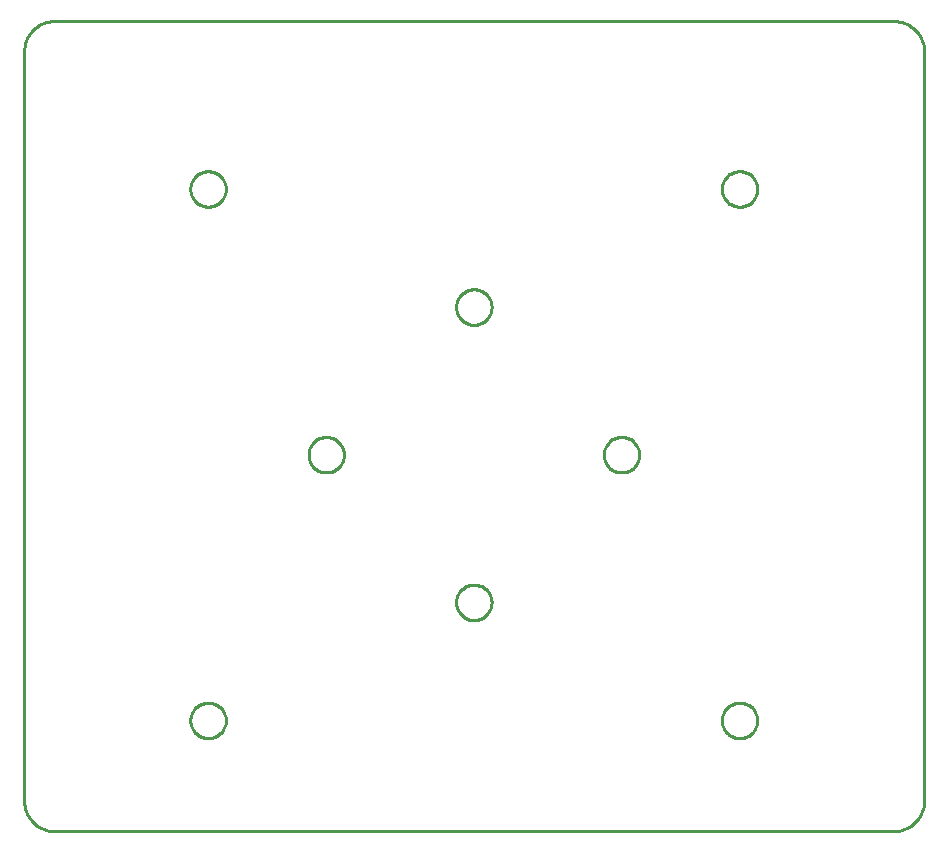
<source format=gbr>
G04 EAGLE Gerber RS-274X export*
G75*
%MOMM*%
%FSLAX34Y34*%
%LPD*%
%IN*%
%IPPOS*%
%AMOC8*
5,1,8,0,0,1.08239X$1,22.5*%
G01*
%ADD10C,0.254000*%


D10*
X0Y25400D02*
X97Y23186D01*
X386Y20989D01*
X865Y18826D01*
X1532Y16713D01*
X2380Y14666D01*
X3403Y12700D01*
X4594Y10831D01*
X5942Y9073D01*
X7440Y7440D01*
X9073Y5942D01*
X10831Y4594D01*
X12700Y3403D01*
X14666Y2380D01*
X16713Y1532D01*
X18826Y865D01*
X20989Y386D01*
X23186Y97D01*
X25400Y0D01*
X736600Y0D01*
X738814Y97D01*
X741011Y386D01*
X743174Y865D01*
X745287Y1532D01*
X747335Y2380D01*
X749300Y3403D01*
X751169Y4594D01*
X752927Y5942D01*
X754561Y7440D01*
X756058Y9073D01*
X757406Y10831D01*
X758597Y12700D01*
X759620Y14666D01*
X760468Y16713D01*
X761135Y18826D01*
X761614Y20989D01*
X761903Y23186D01*
X762000Y25400D01*
X762000Y660400D01*
X761903Y662614D01*
X761614Y664811D01*
X761135Y666974D01*
X760468Y669087D01*
X759620Y671135D01*
X758597Y673100D01*
X757406Y674969D01*
X756058Y676727D01*
X754561Y678361D01*
X752927Y679858D01*
X751169Y681206D01*
X749300Y682397D01*
X747335Y683420D01*
X745287Y684268D01*
X743174Y684935D01*
X741011Y685414D01*
X738814Y685703D01*
X736600Y685800D01*
X25400Y685800D01*
X23186Y685703D01*
X20989Y685414D01*
X18826Y684935D01*
X16713Y684268D01*
X14666Y683420D01*
X12700Y682397D01*
X10831Y681206D01*
X9073Y679858D01*
X7440Y678361D01*
X5942Y676727D01*
X4594Y674969D01*
X3403Y673100D01*
X2380Y671135D01*
X1532Y669087D01*
X865Y666974D01*
X386Y664811D01*
X97Y662614D01*
X0Y660400D01*
X0Y25400D01*
X270810Y318204D02*
X270734Y317136D01*
X270581Y316075D01*
X270353Y315028D01*
X270051Y314000D01*
X269677Y312996D01*
X269232Y312021D01*
X268718Y311081D01*
X268139Y310180D01*
X267497Y309322D01*
X266795Y308512D01*
X266038Y307755D01*
X265228Y307053D01*
X264370Y306411D01*
X263469Y305832D01*
X262529Y305318D01*
X261554Y304873D01*
X260550Y304499D01*
X259522Y304197D01*
X258475Y303969D01*
X257414Y303816D01*
X256346Y303740D01*
X255274Y303740D01*
X254206Y303816D01*
X253145Y303969D01*
X252098Y304197D01*
X251070Y304499D01*
X250066Y304873D01*
X249091Y305318D01*
X248151Y305832D01*
X247250Y306411D01*
X246392Y307053D01*
X245582Y307755D01*
X244825Y308512D01*
X244123Y309322D01*
X243481Y310180D01*
X242902Y311081D01*
X242388Y312021D01*
X241943Y312996D01*
X241569Y314000D01*
X241267Y315028D01*
X241039Y316075D01*
X240886Y317136D01*
X240810Y318204D01*
X240810Y319276D01*
X240886Y320344D01*
X241039Y321405D01*
X241267Y322452D01*
X241569Y323480D01*
X241943Y324484D01*
X242388Y325459D01*
X242902Y326399D01*
X243481Y327300D01*
X244123Y328158D01*
X244825Y328968D01*
X245582Y329725D01*
X246392Y330427D01*
X247250Y331069D01*
X248151Y331648D01*
X249091Y332162D01*
X250066Y332607D01*
X251070Y332981D01*
X252098Y333283D01*
X253145Y333511D01*
X254206Y333664D01*
X255274Y333740D01*
X256346Y333740D01*
X257414Y333664D01*
X258475Y333511D01*
X259522Y333283D01*
X260550Y332981D01*
X261554Y332607D01*
X262529Y332162D01*
X263469Y331648D01*
X264370Y331069D01*
X265228Y330427D01*
X266038Y329725D01*
X266795Y328968D01*
X267497Y328158D01*
X268139Y327300D01*
X268718Y326399D01*
X269232Y325459D01*
X269677Y324484D01*
X270051Y323480D01*
X270353Y322452D01*
X270581Y321405D01*
X270734Y320344D01*
X270810Y319276D01*
X270810Y318204D01*
X395810Y443204D02*
X395734Y442136D01*
X395581Y441075D01*
X395353Y440028D01*
X395051Y439000D01*
X394677Y437996D01*
X394232Y437021D01*
X393718Y436081D01*
X393139Y435180D01*
X392497Y434322D01*
X391795Y433512D01*
X391038Y432755D01*
X390228Y432053D01*
X389370Y431411D01*
X388469Y430832D01*
X387529Y430318D01*
X386554Y429873D01*
X385550Y429499D01*
X384522Y429197D01*
X383475Y428969D01*
X382414Y428816D01*
X381346Y428740D01*
X380274Y428740D01*
X379206Y428816D01*
X378145Y428969D01*
X377098Y429197D01*
X376070Y429499D01*
X375066Y429873D01*
X374091Y430318D01*
X373151Y430832D01*
X372250Y431411D01*
X371392Y432053D01*
X370582Y432755D01*
X369825Y433512D01*
X369123Y434322D01*
X368481Y435180D01*
X367902Y436081D01*
X367388Y437021D01*
X366943Y437996D01*
X366569Y439000D01*
X366267Y440028D01*
X366039Y441075D01*
X365886Y442136D01*
X365810Y443204D01*
X365810Y444276D01*
X365886Y445344D01*
X366039Y446405D01*
X366267Y447452D01*
X366569Y448480D01*
X366943Y449484D01*
X367388Y450459D01*
X367902Y451399D01*
X368481Y452300D01*
X369123Y453158D01*
X369825Y453968D01*
X370582Y454725D01*
X371392Y455427D01*
X372250Y456069D01*
X373151Y456648D01*
X374091Y457162D01*
X375066Y457607D01*
X376070Y457981D01*
X377098Y458283D01*
X378145Y458511D01*
X379206Y458664D01*
X380274Y458740D01*
X381346Y458740D01*
X382414Y458664D01*
X383475Y458511D01*
X384522Y458283D01*
X385550Y457981D01*
X386554Y457607D01*
X387529Y457162D01*
X388469Y456648D01*
X389370Y456069D01*
X390228Y455427D01*
X391038Y454725D01*
X391795Y453968D01*
X392497Y453158D01*
X393139Y452300D01*
X393718Y451399D01*
X394232Y450459D01*
X394677Y449484D01*
X395051Y448480D01*
X395353Y447452D01*
X395581Y446405D01*
X395734Y445344D01*
X395810Y444276D01*
X395810Y443204D01*
X520810Y318204D02*
X520734Y317136D01*
X520581Y316075D01*
X520353Y315028D01*
X520051Y314000D01*
X519677Y312996D01*
X519232Y312021D01*
X518718Y311081D01*
X518139Y310180D01*
X517497Y309322D01*
X516795Y308512D01*
X516038Y307755D01*
X515228Y307053D01*
X514370Y306411D01*
X513469Y305832D01*
X512529Y305318D01*
X511554Y304873D01*
X510550Y304499D01*
X509522Y304197D01*
X508475Y303969D01*
X507414Y303816D01*
X506346Y303740D01*
X505274Y303740D01*
X504206Y303816D01*
X503145Y303969D01*
X502098Y304197D01*
X501070Y304499D01*
X500066Y304873D01*
X499091Y305318D01*
X498151Y305832D01*
X497250Y306411D01*
X496392Y307053D01*
X495582Y307755D01*
X494825Y308512D01*
X494123Y309322D01*
X493481Y310180D01*
X492902Y311081D01*
X492388Y312021D01*
X491943Y312996D01*
X491569Y314000D01*
X491267Y315028D01*
X491039Y316075D01*
X490886Y317136D01*
X490810Y318204D01*
X490810Y319276D01*
X490886Y320344D01*
X491039Y321405D01*
X491267Y322452D01*
X491569Y323480D01*
X491943Y324484D01*
X492388Y325459D01*
X492902Y326399D01*
X493481Y327300D01*
X494123Y328158D01*
X494825Y328968D01*
X495582Y329725D01*
X496392Y330427D01*
X497250Y331069D01*
X498151Y331648D01*
X499091Y332162D01*
X500066Y332607D01*
X501070Y332981D01*
X502098Y333283D01*
X503145Y333511D01*
X504206Y333664D01*
X505274Y333740D01*
X506346Y333740D01*
X507414Y333664D01*
X508475Y333511D01*
X509522Y333283D01*
X510550Y332981D01*
X511554Y332607D01*
X512529Y332162D01*
X513469Y331648D01*
X514370Y331069D01*
X515228Y330427D01*
X516038Y329725D01*
X516795Y328968D01*
X517497Y328158D01*
X518139Y327300D01*
X518718Y326399D01*
X519232Y325459D01*
X519677Y324484D01*
X520051Y323480D01*
X520353Y322452D01*
X520581Y321405D01*
X520734Y320344D01*
X520810Y319276D01*
X520810Y318204D01*
X395810Y193204D02*
X395734Y192136D01*
X395581Y191075D01*
X395353Y190028D01*
X395051Y189000D01*
X394677Y187996D01*
X394232Y187021D01*
X393718Y186081D01*
X393139Y185180D01*
X392497Y184322D01*
X391795Y183512D01*
X391038Y182755D01*
X390228Y182053D01*
X389370Y181411D01*
X388469Y180832D01*
X387529Y180318D01*
X386554Y179873D01*
X385550Y179499D01*
X384522Y179197D01*
X383475Y178969D01*
X382414Y178816D01*
X381346Y178740D01*
X380274Y178740D01*
X379206Y178816D01*
X378145Y178969D01*
X377098Y179197D01*
X376070Y179499D01*
X375066Y179873D01*
X374091Y180318D01*
X373151Y180832D01*
X372250Y181411D01*
X371392Y182053D01*
X370582Y182755D01*
X369825Y183512D01*
X369123Y184322D01*
X368481Y185180D01*
X367902Y186081D01*
X367388Y187021D01*
X366943Y187996D01*
X366569Y189000D01*
X366267Y190028D01*
X366039Y191075D01*
X365886Y192136D01*
X365810Y193204D01*
X365810Y194276D01*
X365886Y195344D01*
X366039Y196405D01*
X366267Y197452D01*
X366569Y198480D01*
X366943Y199484D01*
X367388Y200459D01*
X367902Y201399D01*
X368481Y202300D01*
X369123Y203158D01*
X369825Y203968D01*
X370582Y204725D01*
X371392Y205427D01*
X372250Y206069D01*
X373151Y206648D01*
X374091Y207162D01*
X375066Y207607D01*
X376070Y207981D01*
X377098Y208283D01*
X378145Y208511D01*
X379206Y208664D01*
X380274Y208740D01*
X381346Y208740D01*
X382414Y208664D01*
X383475Y208511D01*
X384522Y208283D01*
X385550Y207981D01*
X386554Y207607D01*
X387529Y207162D01*
X388469Y206648D01*
X389370Y206069D01*
X390228Y205427D01*
X391038Y204725D01*
X391795Y203968D01*
X392497Y203158D01*
X393139Y202300D01*
X393718Y201399D01*
X394232Y200459D01*
X394677Y199484D01*
X395051Y198480D01*
X395353Y197452D01*
X395581Y196405D01*
X395734Y195344D01*
X395810Y194276D01*
X395810Y193204D01*
X170810Y93204D02*
X170734Y92136D01*
X170581Y91075D01*
X170353Y90028D01*
X170051Y89000D01*
X169677Y87996D01*
X169232Y87021D01*
X168718Y86081D01*
X168139Y85180D01*
X167497Y84322D01*
X166795Y83512D01*
X166038Y82755D01*
X165228Y82053D01*
X164370Y81411D01*
X163469Y80832D01*
X162529Y80318D01*
X161554Y79873D01*
X160550Y79499D01*
X159522Y79197D01*
X158475Y78969D01*
X157414Y78816D01*
X156346Y78740D01*
X155274Y78740D01*
X154206Y78816D01*
X153145Y78969D01*
X152098Y79197D01*
X151070Y79499D01*
X150066Y79873D01*
X149091Y80318D01*
X148151Y80832D01*
X147250Y81411D01*
X146392Y82053D01*
X145582Y82755D01*
X144825Y83512D01*
X144123Y84322D01*
X143481Y85180D01*
X142902Y86081D01*
X142388Y87021D01*
X141943Y87996D01*
X141569Y89000D01*
X141267Y90028D01*
X141039Y91075D01*
X140886Y92136D01*
X140810Y93204D01*
X140810Y94276D01*
X140886Y95344D01*
X141039Y96405D01*
X141267Y97452D01*
X141569Y98480D01*
X141943Y99484D01*
X142388Y100459D01*
X142902Y101399D01*
X143481Y102300D01*
X144123Y103158D01*
X144825Y103968D01*
X145582Y104725D01*
X146392Y105427D01*
X147250Y106069D01*
X148151Y106648D01*
X149091Y107162D01*
X150066Y107607D01*
X151070Y107981D01*
X152098Y108283D01*
X153145Y108511D01*
X154206Y108664D01*
X155274Y108740D01*
X156346Y108740D01*
X157414Y108664D01*
X158475Y108511D01*
X159522Y108283D01*
X160550Y107981D01*
X161554Y107607D01*
X162529Y107162D01*
X163469Y106648D01*
X164370Y106069D01*
X165228Y105427D01*
X166038Y104725D01*
X166795Y103968D01*
X167497Y103158D01*
X168139Y102300D01*
X168718Y101399D01*
X169232Y100459D01*
X169677Y99484D01*
X170051Y98480D01*
X170353Y97452D01*
X170581Y96405D01*
X170734Y95344D01*
X170810Y94276D01*
X170810Y93204D01*
X170810Y543204D02*
X170734Y542136D01*
X170581Y541075D01*
X170353Y540028D01*
X170051Y539000D01*
X169677Y537996D01*
X169232Y537021D01*
X168718Y536081D01*
X168139Y535180D01*
X167497Y534322D01*
X166795Y533512D01*
X166038Y532755D01*
X165228Y532053D01*
X164370Y531411D01*
X163469Y530832D01*
X162529Y530318D01*
X161554Y529873D01*
X160550Y529499D01*
X159522Y529197D01*
X158475Y528969D01*
X157414Y528816D01*
X156346Y528740D01*
X155274Y528740D01*
X154206Y528816D01*
X153145Y528969D01*
X152098Y529197D01*
X151070Y529499D01*
X150066Y529873D01*
X149091Y530318D01*
X148151Y530832D01*
X147250Y531411D01*
X146392Y532053D01*
X145582Y532755D01*
X144825Y533512D01*
X144123Y534322D01*
X143481Y535180D01*
X142902Y536081D01*
X142388Y537021D01*
X141943Y537996D01*
X141569Y539000D01*
X141267Y540028D01*
X141039Y541075D01*
X140886Y542136D01*
X140810Y543204D01*
X140810Y544276D01*
X140886Y545344D01*
X141039Y546405D01*
X141267Y547452D01*
X141569Y548480D01*
X141943Y549484D01*
X142388Y550459D01*
X142902Y551399D01*
X143481Y552300D01*
X144123Y553158D01*
X144825Y553968D01*
X145582Y554725D01*
X146392Y555427D01*
X147250Y556069D01*
X148151Y556648D01*
X149091Y557162D01*
X150066Y557607D01*
X151070Y557981D01*
X152098Y558283D01*
X153145Y558511D01*
X154206Y558664D01*
X155274Y558740D01*
X156346Y558740D01*
X157414Y558664D01*
X158475Y558511D01*
X159522Y558283D01*
X160550Y557981D01*
X161554Y557607D01*
X162529Y557162D01*
X163469Y556648D01*
X164370Y556069D01*
X165228Y555427D01*
X166038Y554725D01*
X166795Y553968D01*
X167497Y553158D01*
X168139Y552300D01*
X168718Y551399D01*
X169232Y550459D01*
X169677Y549484D01*
X170051Y548480D01*
X170353Y547452D01*
X170581Y546405D01*
X170734Y545344D01*
X170810Y544276D01*
X170810Y543204D01*
X620810Y543204D02*
X620734Y542136D01*
X620581Y541075D01*
X620353Y540028D01*
X620051Y539000D01*
X619677Y537996D01*
X619232Y537021D01*
X618718Y536081D01*
X618139Y535180D01*
X617497Y534322D01*
X616795Y533512D01*
X616038Y532755D01*
X615228Y532053D01*
X614370Y531411D01*
X613469Y530832D01*
X612529Y530318D01*
X611554Y529873D01*
X610550Y529499D01*
X609522Y529197D01*
X608475Y528969D01*
X607414Y528816D01*
X606346Y528740D01*
X605274Y528740D01*
X604206Y528816D01*
X603145Y528969D01*
X602098Y529197D01*
X601070Y529499D01*
X600066Y529873D01*
X599091Y530318D01*
X598151Y530832D01*
X597250Y531411D01*
X596392Y532053D01*
X595582Y532755D01*
X594825Y533512D01*
X594123Y534322D01*
X593481Y535180D01*
X592902Y536081D01*
X592388Y537021D01*
X591943Y537996D01*
X591569Y539000D01*
X591267Y540028D01*
X591039Y541075D01*
X590886Y542136D01*
X590810Y543204D01*
X590810Y544276D01*
X590886Y545344D01*
X591039Y546405D01*
X591267Y547452D01*
X591569Y548480D01*
X591943Y549484D01*
X592388Y550459D01*
X592902Y551399D01*
X593481Y552300D01*
X594123Y553158D01*
X594825Y553968D01*
X595582Y554725D01*
X596392Y555427D01*
X597250Y556069D01*
X598151Y556648D01*
X599091Y557162D01*
X600066Y557607D01*
X601070Y557981D01*
X602098Y558283D01*
X603145Y558511D01*
X604206Y558664D01*
X605274Y558740D01*
X606346Y558740D01*
X607414Y558664D01*
X608475Y558511D01*
X609522Y558283D01*
X610550Y557981D01*
X611554Y557607D01*
X612529Y557162D01*
X613469Y556648D01*
X614370Y556069D01*
X615228Y555427D01*
X616038Y554725D01*
X616795Y553968D01*
X617497Y553158D01*
X618139Y552300D01*
X618718Y551399D01*
X619232Y550459D01*
X619677Y549484D01*
X620051Y548480D01*
X620353Y547452D01*
X620581Y546405D01*
X620734Y545344D01*
X620810Y544276D01*
X620810Y543204D01*
X620810Y93204D02*
X620734Y92136D01*
X620581Y91075D01*
X620353Y90028D01*
X620051Y89000D01*
X619677Y87996D01*
X619232Y87021D01*
X618718Y86081D01*
X618139Y85180D01*
X617497Y84322D01*
X616795Y83512D01*
X616038Y82755D01*
X615228Y82053D01*
X614370Y81411D01*
X613469Y80832D01*
X612529Y80318D01*
X611554Y79873D01*
X610550Y79499D01*
X609522Y79197D01*
X608475Y78969D01*
X607414Y78816D01*
X606346Y78740D01*
X605274Y78740D01*
X604206Y78816D01*
X603145Y78969D01*
X602098Y79197D01*
X601070Y79499D01*
X600066Y79873D01*
X599091Y80318D01*
X598151Y80832D01*
X597250Y81411D01*
X596392Y82053D01*
X595582Y82755D01*
X594825Y83512D01*
X594123Y84322D01*
X593481Y85180D01*
X592902Y86081D01*
X592388Y87021D01*
X591943Y87996D01*
X591569Y89000D01*
X591267Y90028D01*
X591039Y91075D01*
X590886Y92136D01*
X590810Y93204D01*
X590810Y94276D01*
X590886Y95344D01*
X591039Y96405D01*
X591267Y97452D01*
X591569Y98480D01*
X591943Y99484D01*
X592388Y100459D01*
X592902Y101399D01*
X593481Y102300D01*
X594123Y103158D01*
X594825Y103968D01*
X595582Y104725D01*
X596392Y105427D01*
X597250Y106069D01*
X598151Y106648D01*
X599091Y107162D01*
X600066Y107607D01*
X601070Y107981D01*
X602098Y108283D01*
X603145Y108511D01*
X604206Y108664D01*
X605274Y108740D01*
X606346Y108740D01*
X607414Y108664D01*
X608475Y108511D01*
X609522Y108283D01*
X610550Y107981D01*
X611554Y107607D01*
X612529Y107162D01*
X613469Y106648D01*
X614370Y106069D01*
X615228Y105427D01*
X616038Y104725D01*
X616795Y103968D01*
X617497Y103158D01*
X618139Y102300D01*
X618718Y101399D01*
X619232Y100459D01*
X619677Y99484D01*
X620051Y98480D01*
X620353Y97452D01*
X620581Y96405D01*
X620734Y95344D01*
X620810Y94276D01*
X620810Y93204D01*
M02*

</source>
